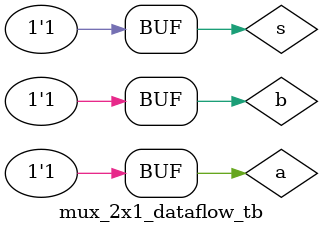
<source format=v>
module mux_2x1_dataflow(a,b,s,y);
input a,b,s;
output y;
assign y=(a&(~s)|b&s);
endmodule
//testbench
module mux_2x1_dataflow_tb;
reg a,b,s;
wire y;
mux_2x1_dataflow dut(a,b,s,y);
initial
begin
#10 s=1'b0;a=1'b0;b=1'b0;
#10 s=1'b0;a=1'b0;b=1'b1;
#10 s=1'b0;a=1'b1;b=1'b0;
#10 s=1'b0;a=1'b1;b=1'b1;
#10 s=1'b1;a=1'b0;b=1'b0;
#10 s=1'b1;a=1'b0;b=1'b1;
#10 s=1'b1;a=1'b1;b=1'b0;
#10 s=1'b1;a=1'b1;b=1'b1;
end
endmodule

</source>
